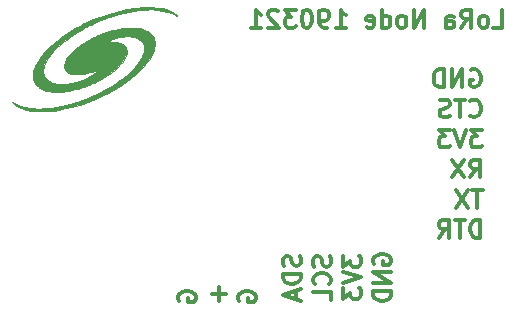
<source format=gbr>
G04 #@! TF.GenerationSoftware,KiCad,Pcbnew,(5.0.2)-1*
G04 #@! TF.CreationDate,2019-03-22T14:17:17+01:00*
G04 #@! TF.ProjectId,LoRaNode,4c6f5261-4e6f-4646-952e-6b696361645f,rev?*
G04 #@! TF.SameCoordinates,Original*
G04 #@! TF.FileFunction,Legend,Bot*
G04 #@! TF.FilePolarity,Positive*
%FSLAX46Y46*%
G04 Gerber Fmt 4.6, Leading zero omitted, Abs format (unit mm)*
G04 Created by KiCad (PCBNEW (5.0.2)-1) date 03/22/19 14:17:17*
%MOMM*%
%LPD*%
G01*
G04 APERTURE LIST*
%ADD10C,0.300000*%
%ADD11C,0.010000*%
G04 APERTURE END LIST*
D10*
X152992142Y-110700571D02*
X153063571Y-110914857D01*
X153063571Y-111272000D01*
X152992142Y-111414857D01*
X152920714Y-111486285D01*
X152777857Y-111557714D01*
X152635000Y-111557714D01*
X152492142Y-111486285D01*
X152420714Y-111414857D01*
X152349285Y-111272000D01*
X152277857Y-110986285D01*
X152206428Y-110843428D01*
X152135000Y-110772000D01*
X151992142Y-110700571D01*
X151849285Y-110700571D01*
X151706428Y-110772000D01*
X151635000Y-110843428D01*
X151563571Y-110986285D01*
X151563571Y-111343428D01*
X151635000Y-111557714D01*
X153063571Y-112200571D02*
X151563571Y-112200571D01*
X151563571Y-112557714D01*
X151635000Y-112772000D01*
X151777857Y-112914857D01*
X151920714Y-112986285D01*
X152206428Y-113057714D01*
X152420714Y-113057714D01*
X152706428Y-112986285D01*
X152849285Y-112914857D01*
X152992142Y-112772000D01*
X153063571Y-112557714D01*
X153063571Y-112200571D01*
X152635000Y-113629142D02*
X152635000Y-114343428D01*
X153063571Y-113486285D02*
X151563571Y-113986285D01*
X153063571Y-114486285D01*
X155542142Y-110736285D02*
X155613571Y-110950571D01*
X155613571Y-111307714D01*
X155542142Y-111450571D01*
X155470714Y-111522000D01*
X155327857Y-111593428D01*
X155185000Y-111593428D01*
X155042142Y-111522000D01*
X154970714Y-111450571D01*
X154899285Y-111307714D01*
X154827857Y-111022000D01*
X154756428Y-110879142D01*
X154685000Y-110807714D01*
X154542142Y-110736285D01*
X154399285Y-110736285D01*
X154256428Y-110807714D01*
X154185000Y-110879142D01*
X154113571Y-111022000D01*
X154113571Y-111379142D01*
X154185000Y-111593428D01*
X155470714Y-113093428D02*
X155542142Y-113022000D01*
X155613571Y-112807714D01*
X155613571Y-112664857D01*
X155542142Y-112450571D01*
X155399285Y-112307714D01*
X155256428Y-112236285D01*
X154970714Y-112164857D01*
X154756428Y-112164857D01*
X154470714Y-112236285D01*
X154327857Y-112307714D01*
X154185000Y-112450571D01*
X154113571Y-112664857D01*
X154113571Y-112807714D01*
X154185000Y-113022000D01*
X154256428Y-113093428D01*
X155613571Y-114450571D02*
X155613571Y-113736285D01*
X154113571Y-113736285D01*
X156663571Y-110664857D02*
X156663571Y-111593428D01*
X157235000Y-111093428D01*
X157235000Y-111307714D01*
X157306428Y-111450571D01*
X157377857Y-111522000D01*
X157520714Y-111593428D01*
X157877857Y-111593428D01*
X158020714Y-111522000D01*
X158092142Y-111450571D01*
X158163571Y-111307714D01*
X158163571Y-110879142D01*
X158092142Y-110736285D01*
X158020714Y-110664857D01*
X156663571Y-112022000D02*
X158163571Y-112522000D01*
X156663571Y-113022000D01*
X156663571Y-113379142D02*
X156663571Y-114307714D01*
X157235000Y-113807714D01*
X157235000Y-114022000D01*
X157306428Y-114164857D01*
X157377857Y-114236285D01*
X157520714Y-114307714D01*
X157877857Y-114307714D01*
X158020714Y-114236285D01*
X158092142Y-114164857D01*
X158163571Y-114022000D01*
X158163571Y-113593428D01*
X158092142Y-113450571D01*
X158020714Y-113379142D01*
X159285000Y-111379142D02*
X159213571Y-111236285D01*
X159213571Y-111022000D01*
X159285000Y-110807714D01*
X159427857Y-110664857D01*
X159570714Y-110593428D01*
X159856428Y-110522000D01*
X160070714Y-110522000D01*
X160356428Y-110593428D01*
X160499285Y-110664857D01*
X160642142Y-110807714D01*
X160713571Y-111022000D01*
X160713571Y-111164857D01*
X160642142Y-111379142D01*
X160570714Y-111450571D01*
X160070714Y-111450571D01*
X160070714Y-111164857D01*
X160713571Y-112093428D02*
X159213571Y-112093428D01*
X160713571Y-112950571D01*
X159213571Y-112950571D01*
X160713571Y-113664857D02*
X159213571Y-113664857D01*
X159213571Y-114022000D01*
X159285000Y-114236285D01*
X159427857Y-114379142D01*
X159570714Y-114450571D01*
X159856428Y-114522000D01*
X160070714Y-114522000D01*
X160356428Y-114450571D01*
X160499285Y-114379142D01*
X160642142Y-114236285D01*
X160713571Y-114022000D01*
X160713571Y-113664857D01*
X169369142Y-91356571D02*
X170083428Y-91356571D01*
X170083428Y-89856571D01*
X168654857Y-91356571D02*
X168797714Y-91285142D01*
X168869142Y-91213714D01*
X168940571Y-91070857D01*
X168940571Y-90642285D01*
X168869142Y-90499428D01*
X168797714Y-90428000D01*
X168654857Y-90356571D01*
X168440571Y-90356571D01*
X168297714Y-90428000D01*
X168226285Y-90499428D01*
X168154857Y-90642285D01*
X168154857Y-91070857D01*
X168226285Y-91213714D01*
X168297714Y-91285142D01*
X168440571Y-91356571D01*
X168654857Y-91356571D01*
X166654857Y-91356571D02*
X167154857Y-90642285D01*
X167512000Y-91356571D02*
X167512000Y-89856571D01*
X166940571Y-89856571D01*
X166797714Y-89928000D01*
X166726285Y-89999428D01*
X166654857Y-90142285D01*
X166654857Y-90356571D01*
X166726285Y-90499428D01*
X166797714Y-90570857D01*
X166940571Y-90642285D01*
X167512000Y-90642285D01*
X165369142Y-91356571D02*
X165369142Y-90570857D01*
X165440571Y-90428000D01*
X165583428Y-90356571D01*
X165869142Y-90356571D01*
X166012000Y-90428000D01*
X165369142Y-91285142D02*
X165512000Y-91356571D01*
X165869142Y-91356571D01*
X166012000Y-91285142D01*
X166083428Y-91142285D01*
X166083428Y-90999428D01*
X166012000Y-90856571D01*
X165869142Y-90785142D01*
X165512000Y-90785142D01*
X165369142Y-90713714D01*
X163512000Y-91356571D02*
X163512000Y-89856571D01*
X162654857Y-91356571D01*
X162654857Y-89856571D01*
X161726285Y-91356571D02*
X161869142Y-91285142D01*
X161940571Y-91213714D01*
X162012000Y-91070857D01*
X162012000Y-90642285D01*
X161940571Y-90499428D01*
X161869142Y-90428000D01*
X161726285Y-90356571D01*
X161512000Y-90356571D01*
X161369142Y-90428000D01*
X161297714Y-90499428D01*
X161226285Y-90642285D01*
X161226285Y-91070857D01*
X161297714Y-91213714D01*
X161369142Y-91285142D01*
X161512000Y-91356571D01*
X161726285Y-91356571D01*
X159940571Y-91356571D02*
X159940571Y-89856571D01*
X159940571Y-91285142D02*
X160083428Y-91356571D01*
X160369142Y-91356571D01*
X160512000Y-91285142D01*
X160583428Y-91213714D01*
X160654857Y-91070857D01*
X160654857Y-90642285D01*
X160583428Y-90499428D01*
X160512000Y-90428000D01*
X160369142Y-90356571D01*
X160083428Y-90356571D01*
X159940571Y-90428000D01*
X158654857Y-91285142D02*
X158797714Y-91356571D01*
X159083428Y-91356571D01*
X159226285Y-91285142D01*
X159297714Y-91142285D01*
X159297714Y-90570857D01*
X159226285Y-90428000D01*
X159083428Y-90356571D01*
X158797714Y-90356571D01*
X158654857Y-90428000D01*
X158583428Y-90570857D01*
X158583428Y-90713714D01*
X159297714Y-90856571D01*
X156012000Y-91356571D02*
X156869142Y-91356571D01*
X156440571Y-91356571D02*
X156440571Y-89856571D01*
X156583428Y-90070857D01*
X156726285Y-90213714D01*
X156869142Y-90285142D01*
X155297714Y-91356571D02*
X155012000Y-91356571D01*
X154869142Y-91285142D01*
X154797714Y-91213714D01*
X154654857Y-90999428D01*
X154583428Y-90713714D01*
X154583428Y-90142285D01*
X154654857Y-89999428D01*
X154726285Y-89928000D01*
X154869142Y-89856571D01*
X155154857Y-89856571D01*
X155297714Y-89928000D01*
X155369142Y-89999428D01*
X155440571Y-90142285D01*
X155440571Y-90499428D01*
X155369142Y-90642285D01*
X155297714Y-90713714D01*
X155154857Y-90785142D01*
X154869142Y-90785142D01*
X154726285Y-90713714D01*
X154654857Y-90642285D01*
X154583428Y-90499428D01*
X153654857Y-89856571D02*
X153512000Y-89856571D01*
X153369142Y-89928000D01*
X153297714Y-89999428D01*
X153226285Y-90142285D01*
X153154857Y-90428000D01*
X153154857Y-90785142D01*
X153226285Y-91070857D01*
X153297714Y-91213714D01*
X153369142Y-91285142D01*
X153512000Y-91356571D01*
X153654857Y-91356571D01*
X153797714Y-91285142D01*
X153869142Y-91213714D01*
X153940571Y-91070857D01*
X154012000Y-90785142D01*
X154012000Y-90428000D01*
X153940571Y-90142285D01*
X153869142Y-89999428D01*
X153797714Y-89928000D01*
X153654857Y-89856571D01*
X152654857Y-89856571D02*
X151726285Y-89856571D01*
X152226285Y-90428000D01*
X152012000Y-90428000D01*
X151869142Y-90499428D01*
X151797714Y-90570857D01*
X151726285Y-90713714D01*
X151726285Y-91070857D01*
X151797714Y-91213714D01*
X151869142Y-91285142D01*
X152012000Y-91356571D01*
X152440571Y-91356571D01*
X152583428Y-91285142D01*
X152654857Y-91213714D01*
X151154857Y-89999428D02*
X151083428Y-89928000D01*
X150940571Y-89856571D01*
X150583428Y-89856571D01*
X150440571Y-89928000D01*
X150369142Y-89999428D01*
X150297714Y-90142285D01*
X150297714Y-90285142D01*
X150369142Y-90499428D01*
X151226285Y-91356571D01*
X150297714Y-91356571D01*
X148869142Y-91356571D02*
X149726285Y-91356571D01*
X149297714Y-91356571D02*
X149297714Y-89856571D01*
X149440571Y-90070857D01*
X149583428Y-90213714D01*
X149726285Y-90285142D01*
X142750000Y-114509857D02*
X142678571Y-114367000D01*
X142678571Y-114152714D01*
X142750000Y-113938428D01*
X142892857Y-113795571D01*
X143035714Y-113724142D01*
X143321428Y-113652714D01*
X143535714Y-113652714D01*
X143821428Y-113724142D01*
X143964285Y-113795571D01*
X144107142Y-113938428D01*
X144178571Y-114152714D01*
X144178571Y-114295571D01*
X144107142Y-114509857D01*
X144035714Y-114581285D01*
X143535714Y-114581285D01*
X143535714Y-114295571D01*
X146157142Y-113367000D02*
X146157142Y-114509857D01*
X146728571Y-113938428D02*
X145585714Y-113938428D01*
X147850000Y-114509857D02*
X147778571Y-114367000D01*
X147778571Y-114152714D01*
X147850000Y-113938428D01*
X147992857Y-113795571D01*
X148135714Y-113724142D01*
X148421428Y-113652714D01*
X148635714Y-113652714D01*
X148921428Y-113724142D01*
X149064285Y-113795571D01*
X149207142Y-113938428D01*
X149278571Y-114152714D01*
X149278571Y-114295571D01*
X149207142Y-114509857D01*
X149135714Y-114581285D01*
X148635714Y-114581285D01*
X148635714Y-114295571D01*
X167462142Y-94975000D02*
X167605000Y-94903571D01*
X167819285Y-94903571D01*
X168033571Y-94975000D01*
X168176428Y-95117857D01*
X168247857Y-95260714D01*
X168319285Y-95546428D01*
X168319285Y-95760714D01*
X168247857Y-96046428D01*
X168176428Y-96189285D01*
X168033571Y-96332142D01*
X167819285Y-96403571D01*
X167676428Y-96403571D01*
X167462142Y-96332142D01*
X167390714Y-96260714D01*
X167390714Y-95760714D01*
X167676428Y-95760714D01*
X166747857Y-96403571D02*
X166747857Y-94903571D01*
X165890714Y-96403571D01*
X165890714Y-94903571D01*
X165176428Y-96403571D02*
X165176428Y-94903571D01*
X164819285Y-94903571D01*
X164605000Y-94975000D01*
X164462142Y-95117857D01*
X164390714Y-95260714D01*
X164319285Y-95546428D01*
X164319285Y-95760714D01*
X164390714Y-96046428D01*
X164462142Y-96189285D01*
X164605000Y-96332142D01*
X164819285Y-96403571D01*
X165176428Y-96403571D01*
X167390714Y-98810714D02*
X167462142Y-98882142D01*
X167676428Y-98953571D01*
X167819285Y-98953571D01*
X168033571Y-98882142D01*
X168176428Y-98739285D01*
X168247857Y-98596428D01*
X168319285Y-98310714D01*
X168319285Y-98096428D01*
X168247857Y-97810714D01*
X168176428Y-97667857D01*
X168033571Y-97525000D01*
X167819285Y-97453571D01*
X167676428Y-97453571D01*
X167462142Y-97525000D01*
X167390714Y-97596428D01*
X166962142Y-97453571D02*
X166105000Y-97453571D01*
X166533571Y-98953571D02*
X166533571Y-97453571D01*
X165676428Y-98882142D02*
X165462142Y-98953571D01*
X165105000Y-98953571D01*
X164962142Y-98882142D01*
X164890714Y-98810714D01*
X164819285Y-98667857D01*
X164819285Y-98525000D01*
X164890714Y-98382142D01*
X164962142Y-98310714D01*
X165105000Y-98239285D01*
X165390714Y-98167857D01*
X165533571Y-98096428D01*
X165605000Y-98025000D01*
X165676428Y-97882142D01*
X165676428Y-97739285D01*
X165605000Y-97596428D01*
X165533571Y-97525000D01*
X165390714Y-97453571D01*
X165033571Y-97453571D01*
X164819285Y-97525000D01*
X168390714Y-100003571D02*
X167462142Y-100003571D01*
X167962142Y-100575000D01*
X167747857Y-100575000D01*
X167605000Y-100646428D01*
X167533571Y-100717857D01*
X167462142Y-100860714D01*
X167462142Y-101217857D01*
X167533571Y-101360714D01*
X167605000Y-101432142D01*
X167747857Y-101503571D01*
X168176428Y-101503571D01*
X168319285Y-101432142D01*
X168390714Y-101360714D01*
X167033571Y-100003571D02*
X166533571Y-101503571D01*
X166033571Y-100003571D01*
X165676428Y-100003571D02*
X164747857Y-100003571D01*
X165247857Y-100575000D01*
X165033571Y-100575000D01*
X164890714Y-100646428D01*
X164819285Y-100717857D01*
X164747857Y-100860714D01*
X164747857Y-101217857D01*
X164819285Y-101360714D01*
X164890714Y-101432142D01*
X165033571Y-101503571D01*
X165462142Y-101503571D01*
X165605000Y-101432142D01*
X165676428Y-101360714D01*
X167390714Y-104053571D02*
X167890714Y-103339285D01*
X168247857Y-104053571D02*
X168247857Y-102553571D01*
X167676428Y-102553571D01*
X167533571Y-102625000D01*
X167462142Y-102696428D01*
X167390714Y-102839285D01*
X167390714Y-103053571D01*
X167462142Y-103196428D01*
X167533571Y-103267857D01*
X167676428Y-103339285D01*
X168247857Y-103339285D01*
X166890714Y-102553571D02*
X165890714Y-104053571D01*
X165890714Y-102553571D02*
X166890714Y-104053571D01*
X168462142Y-105103571D02*
X167605000Y-105103571D01*
X168033571Y-106603571D02*
X168033571Y-105103571D01*
X167247857Y-105103571D02*
X166247857Y-106603571D01*
X166247857Y-105103571D02*
X167247857Y-106603571D01*
X168247857Y-109153571D02*
X168247857Y-107653571D01*
X167890714Y-107653571D01*
X167676428Y-107725000D01*
X167533571Y-107867857D01*
X167462142Y-108010714D01*
X167390714Y-108296428D01*
X167390714Y-108510714D01*
X167462142Y-108796428D01*
X167533571Y-108939285D01*
X167676428Y-109082142D01*
X167890714Y-109153571D01*
X168247857Y-109153571D01*
X166962142Y-107653571D02*
X166105000Y-107653571D01*
X166533571Y-109153571D02*
X166533571Y-107653571D01*
X164747857Y-109153571D02*
X165247857Y-108439285D01*
X165605000Y-109153571D02*
X165605000Y-107653571D01*
X165033571Y-107653571D01*
X164890714Y-107725000D01*
X164819285Y-107796428D01*
X164747857Y-107939285D01*
X164747857Y-108153571D01*
X164819285Y-108296428D01*
X164890714Y-108367857D01*
X165033571Y-108439285D01*
X165605000Y-108439285D01*
D11*
G04 #@! TO.C,G\002A\002A\002A*
G36*
X131547400Y-98432861D02*
X132054858Y-98388039D01*
X132587524Y-98313865D01*
X133143149Y-98210441D01*
X133719487Y-98077872D01*
X134314290Y-97916262D01*
X134606546Y-97828139D01*
X134840714Y-97753417D01*
X135047605Y-97682668D01*
X135242006Y-97610154D01*
X135438710Y-97530142D01*
X135652503Y-97436894D01*
X135864600Y-97340223D01*
X136013243Y-97270001D01*
X136181884Y-97187812D01*
X136362251Y-97097924D01*
X136546079Y-97004607D01*
X136725097Y-96912130D01*
X136891039Y-96824764D01*
X137035635Y-96746777D01*
X137150617Y-96682440D01*
X137225249Y-96637619D01*
X137301342Y-96589795D01*
X137389700Y-96535892D01*
X137416307Y-96520000D01*
X137473720Y-96484367D01*
X137563040Y-96427080D01*
X137674044Y-96354868D01*
X137796509Y-96274462D01*
X137920210Y-96192590D01*
X138034924Y-96115983D01*
X138130429Y-96051370D01*
X138176000Y-96019943D01*
X138292902Y-95935736D01*
X138431721Y-95831692D01*
X138582122Y-95715949D01*
X138733774Y-95596642D01*
X138876345Y-95481911D01*
X138999503Y-95379892D01*
X139092916Y-95298722D01*
X139100355Y-95291945D01*
X139437729Y-94969687D01*
X139733773Y-94659476D01*
X139987035Y-94363012D01*
X140196060Y-94082001D01*
X140359396Y-93818143D01*
X140361175Y-93814900D01*
X140406782Y-93731688D01*
X140444633Y-93662695D01*
X140465685Y-93624400D01*
X140493549Y-93567784D01*
X140530620Y-93484873D01*
X140569919Y-93392261D01*
X140604464Y-93306541D01*
X140627276Y-93244307D01*
X140631308Y-93230700D01*
X140645316Y-93175123D01*
X140665318Y-93096133D01*
X140673067Y-93065600D01*
X140685481Y-92986782D01*
X140693990Y-92873790D01*
X140698344Y-92743117D01*
X140698296Y-92611260D01*
X140693595Y-92494710D01*
X140683993Y-92409964D01*
X140683037Y-92405200D01*
X140623382Y-92231681D01*
X140521423Y-92058444D01*
X140384900Y-91894499D01*
X140221555Y-91748853D01*
X140039128Y-91630515D01*
X140000082Y-91610449D01*
X139738095Y-91504763D01*
X139443230Y-91429376D01*
X139113009Y-91383894D01*
X138744951Y-91367921D01*
X138506558Y-91372274D01*
X138365280Y-91378365D01*
X138237799Y-91385028D01*
X138134693Y-91391625D01*
X138066543Y-91397515D01*
X138049000Y-91399972D01*
X137991878Y-91410464D01*
X137903985Y-91425826D01*
X137807700Y-91442169D01*
X137561773Y-91488053D01*
X137304869Y-91544561D01*
X137046285Y-91609027D01*
X136795317Y-91678785D01*
X136561261Y-91751169D01*
X136353414Y-91823512D01*
X136181070Y-91893148D01*
X136099328Y-91932131D01*
X136035133Y-91960227D01*
X135985859Y-91973284D01*
X135982876Y-91973400D01*
X135946136Y-91984590D01*
X135872718Y-92015446D01*
X135770855Y-92061898D01*
X135648783Y-92119876D01*
X135514736Y-92185311D01*
X135376948Y-92254131D01*
X135243655Y-92322267D01*
X135123090Y-92385650D01*
X135023490Y-92440208D01*
X134953087Y-92481873D01*
X134949679Y-92484063D01*
X134891324Y-92521020D01*
X134812157Y-92570186D01*
X134766241Y-92598363D01*
X134684559Y-92650263D01*
X134582631Y-92717844D01*
X134481474Y-92787153D01*
X134474141Y-92792287D01*
X134387649Y-92852791D01*
X134312323Y-92905200D01*
X134261759Y-92940061D01*
X134254937Y-92944687D01*
X134203227Y-92982151D01*
X134178703Y-93002100D01*
X134144597Y-93030647D01*
X134084664Y-93079403D01*
X134023065Y-93128862D01*
X133946390Y-93193862D01*
X133850774Y-93280304D01*
X133752659Y-93373183D01*
X133716913Y-93408262D01*
X133487372Y-93654215D01*
X133302910Y-93890704D01*
X133164035Y-94116574D01*
X133071250Y-94330666D01*
X133025064Y-94531823D01*
X133025981Y-94718890D01*
X133071546Y-94883910D01*
X133113695Y-94966451D01*
X133168852Y-95038187D01*
X133249733Y-95114407D01*
X133293095Y-95150353D01*
X133331701Y-95172082D01*
X133402885Y-95204668D01*
X133491616Y-95241252D01*
X133496295Y-95243083D01*
X133566342Y-95268957D01*
X133629583Y-95287229D01*
X133697256Y-95299264D01*
X133780597Y-95306426D01*
X133890845Y-95310082D01*
X134039236Y-95311595D01*
X134061200Y-95311703D01*
X134206443Y-95311193D01*
X134341747Y-95308584D01*
X134455241Y-95304256D01*
X134535053Y-95298592D01*
X134556500Y-95295765D01*
X134745201Y-95259250D01*
X134966377Y-95210436D01*
X135204231Y-95152860D01*
X135272286Y-95135491D01*
X135389524Y-95108007D01*
X135497124Y-95087736D01*
X135580252Y-95077225D01*
X135613885Y-95076810D01*
X135696897Y-95084900D01*
X135609298Y-95184474D01*
X135507783Y-95278382D01*
X135364802Y-95380100D01*
X135188380Y-95485978D01*
X134986541Y-95592365D01*
X134767310Y-95695609D01*
X134538711Y-95792060D01*
X134308769Y-95878065D01*
X134085508Y-95949975D01*
X133876952Y-96004137D01*
X133756400Y-96027556D01*
X133678114Y-96042277D01*
X133629400Y-96052906D01*
X133490994Y-96078724D01*
X133321898Y-96099710D01*
X133134267Y-96115373D01*
X132940254Y-96125218D01*
X132752013Y-96128754D01*
X132581699Y-96125487D01*
X132441466Y-96114924D01*
X132372100Y-96103890D01*
X132180206Y-96059366D01*
X132026161Y-96014910D01*
X131897251Y-95965689D01*
X131780760Y-95906868D01*
X131667494Y-95835992D01*
X131514781Y-95704862D01*
X131386294Y-95532715D01*
X131341785Y-95453200D01*
X131313329Y-95389763D01*
X131294757Y-95322207D01*
X131283653Y-95236464D01*
X131277602Y-95118470D01*
X131276352Y-95072200D01*
X131275043Y-94941260D01*
X131280020Y-94842134D01*
X131293860Y-94755973D01*
X131319138Y-94663927D01*
X131341349Y-94596620D01*
X131428715Y-94373477D01*
X131534839Y-94155195D01*
X131650226Y-93960461D01*
X131702386Y-93885840D01*
X131752850Y-93815553D01*
X131788290Y-93761745D01*
X131800600Y-93737303D01*
X131817031Y-93710778D01*
X131862066Y-93654532D01*
X131929312Y-93575671D01*
X132012377Y-93481300D01*
X132104870Y-93378523D01*
X132200398Y-93274444D01*
X132292572Y-93176169D01*
X132374998Y-93090801D01*
X132439513Y-93027123D01*
X132661930Y-92825403D01*
X132913378Y-92613094D01*
X133177976Y-92403356D01*
X133331441Y-92287904D01*
X133416571Y-92224900D01*
X133487472Y-92171881D01*
X133533104Y-92137125D01*
X133542099Y-92129947D01*
X133584330Y-92101053D01*
X133629400Y-92075000D01*
X133685199Y-92042133D01*
X133716700Y-92019883D01*
X133776665Y-91975513D01*
X133873901Y-91911138D01*
X134001102Y-91831125D01*
X134150966Y-91739837D01*
X134316190Y-91641639D01*
X134489469Y-91540898D01*
X134663501Y-91441977D01*
X134830981Y-91349242D01*
X134912100Y-91305426D01*
X135028086Y-91244781D01*
X135161186Y-91177431D01*
X135303565Y-91107093D01*
X135447390Y-91037483D01*
X135584825Y-90972316D01*
X135708035Y-90915310D01*
X135809186Y-90870179D01*
X135880444Y-90840641D01*
X135913607Y-90830400D01*
X135946193Y-90820540D01*
X136011582Y-90794501D01*
X136096549Y-90757594D01*
X136109882Y-90751577D01*
X136220573Y-90703379D01*
X136336710Y-90655922D01*
X136423400Y-90623057D01*
X136610382Y-90557019D01*
X136786919Y-90495574D01*
X136946313Y-90440979D01*
X137081870Y-90395493D01*
X137186893Y-90361373D01*
X137254688Y-90340877D01*
X137274300Y-90336123D01*
X137324793Y-90323726D01*
X137404184Y-90300048D01*
X137477645Y-90276105D01*
X137605942Y-90236693D01*
X137773182Y-90191370D01*
X137968223Y-90142707D01*
X138179922Y-90093276D01*
X138397134Y-90045650D01*
X138608719Y-90002399D01*
X138803532Y-89966097D01*
X138869039Y-89954956D01*
X139414820Y-89880101D01*
X139936586Y-89838978D01*
X140431667Y-89831498D01*
X140897393Y-89857573D01*
X141331092Y-89917113D01*
X141730094Y-90010029D01*
X141875063Y-90055073D01*
X142012873Y-90103485D01*
X142145927Y-90154330D01*
X142264940Y-90203643D01*
X142360629Y-90247460D01*
X142423709Y-90281815D01*
X142443200Y-90297693D01*
X142475147Y-90323991D01*
X142525987Y-90351563D01*
X142578216Y-90372800D01*
X142614332Y-90380089D01*
X142621000Y-90375006D01*
X142602564Y-90348362D01*
X142553603Y-90299717D01*
X142483638Y-90238326D01*
X142462250Y-90220658D01*
X142243049Y-90069258D01*
X141980270Y-89935752D01*
X141678551Y-89822043D01*
X141342530Y-89730033D01*
X141185900Y-89697084D01*
X141090698Y-89684107D01*
X140954034Y-89672736D01*
X140785224Y-89663152D01*
X140593586Y-89655534D01*
X140388437Y-89650062D01*
X140179094Y-89646918D01*
X139974874Y-89646279D01*
X139785094Y-89648326D01*
X139619072Y-89653240D01*
X139486125Y-89661200D01*
X139458700Y-89663732D01*
X138911953Y-89733034D01*
X138344942Y-89830951D01*
X137766413Y-89954915D01*
X137185108Y-90102356D01*
X136609772Y-90270707D01*
X136049149Y-90457400D01*
X135511982Y-90659867D01*
X135007016Y-90875538D01*
X134542994Y-91101847D01*
X134518400Y-91114781D01*
X133953702Y-91429066D01*
X133417371Y-91759935D01*
X132912541Y-92104861D01*
X132442347Y-92461317D01*
X132009922Y-92826775D01*
X131618402Y-93198708D01*
X131270919Y-93574588D01*
X130970609Y-93951889D01*
X130929700Y-94008626D01*
X130873955Y-94089960D01*
X130832047Y-94156709D01*
X130811124Y-94197307D01*
X130810000Y-94202366D01*
X130792608Y-94239433D01*
X130778177Y-94254191D01*
X130750823Y-94290525D01*
X130708671Y-94362295D01*
X130657542Y-94458509D01*
X130603254Y-94568173D01*
X130551626Y-94680295D01*
X130546842Y-94691200D01*
X130488749Y-94844984D01*
X130437061Y-95019273D01*
X130404954Y-95161100D01*
X130393366Y-95258157D01*
X130388345Y-95378106D01*
X130389449Y-95505967D01*
X130396237Y-95626759D01*
X130408264Y-95725500D01*
X130423322Y-95783400D01*
X130450600Y-95859397D01*
X130464650Y-95912067D01*
X130491930Y-95980098D01*
X130529908Y-96036603D01*
X130566285Y-96084584D01*
X130581399Y-96116512D01*
X130600132Y-96150983D01*
X130649915Y-96206954D01*
X130721126Y-96275488D01*
X130804144Y-96347647D01*
X130889347Y-96414495D01*
X130941414Y-96450911D01*
X131193391Y-96588715D01*
X131472407Y-96691826D01*
X131764281Y-96755236D01*
X131825667Y-96763016D01*
X131905710Y-96773326D01*
X131963682Y-96783477D01*
X131982012Y-96788933D01*
X132010788Y-96791792D01*
X132080990Y-96794217D01*
X132183248Y-96796137D01*
X132308188Y-96797481D01*
X132446441Y-96798179D01*
X132588633Y-96798159D01*
X132725392Y-96797350D01*
X132847348Y-96795682D01*
X132854700Y-96795539D01*
X132898445Y-96791558D01*
X132980913Y-96781430D01*
X133090606Y-96766649D01*
X133216025Y-96748713D01*
X133226225Y-96747211D01*
X133472905Y-96706774D01*
X133722927Y-96658389D01*
X133965992Y-96604525D01*
X134191804Y-96547651D01*
X134390062Y-96490237D01*
X134550469Y-96434750D01*
X134581383Y-96422330D01*
X134647948Y-96397844D01*
X134694358Y-96386557D01*
X134702645Y-96386855D01*
X134735725Y-96380235D01*
X134795221Y-96355854D01*
X134822800Y-96342405D01*
X134892750Y-96310858D01*
X134948202Y-96292944D01*
X134960405Y-96291401D01*
X134993712Y-96280984D01*
X135064816Y-96252160D01*
X135165747Y-96208572D01*
X135288537Y-96153860D01*
X135425216Y-96091666D01*
X135567816Y-96025630D01*
X135708367Y-95959395D01*
X135838900Y-95896600D01*
X135951445Y-95840888D01*
X135994275Y-95819008D01*
X136181107Y-95721184D01*
X136324032Y-95643843D01*
X136425116Y-95585847D01*
X136472958Y-95555559D01*
X136521658Y-95522817D01*
X136600044Y-95470508D01*
X136695430Y-95407086D01*
X136756088Y-95366857D01*
X137051788Y-95157492D01*
X137328635Y-94934940D01*
X137581346Y-94704539D01*
X137804636Y-94471621D01*
X137993218Y-94241524D01*
X138141810Y-94019581D01*
X138202990Y-93906169D01*
X138281930Y-93723620D01*
X138327708Y-93561271D01*
X138343958Y-93404297D01*
X138342815Y-93335637D01*
X138311348Y-93156647D01*
X138235322Y-93000956D01*
X138114588Y-92868464D01*
X137948998Y-92759073D01*
X137738403Y-92672682D01*
X137482656Y-92609194D01*
X137198100Y-92570037D01*
X137040866Y-92553654D01*
X136932801Y-92538925D01*
X136872307Y-92525609D01*
X136858702Y-92518769D01*
X136859408Y-92489610D01*
X136901342Y-92449356D01*
X136977151Y-92401772D01*
X137079484Y-92350626D01*
X137200990Y-92299682D01*
X137334318Y-92252707D01*
X137437027Y-92222512D01*
X137576548Y-92186489D01*
X137693643Y-92160326D01*
X137802772Y-92142090D01*
X137918396Y-92129848D01*
X138054976Y-92121668D01*
X138226971Y-92115617D01*
X138239500Y-92115257D01*
X138433972Y-92112374D01*
X138594455Y-92117173D01*
X138737404Y-92131321D01*
X138879273Y-92156482D01*
X139036516Y-92194323D01*
X139046546Y-92196966D01*
X139185068Y-92250227D01*
X139331735Y-92334432D01*
X139473391Y-92439433D01*
X139596886Y-92555081D01*
X139689066Y-92671227D01*
X139711437Y-92710000D01*
X139762755Y-92855725D01*
X139787485Y-93032125D01*
X139785598Y-93226573D01*
X139757064Y-93426440D01*
X139713495Y-93586300D01*
X139608195Y-93837666D01*
X139459230Y-94103721D01*
X139270000Y-94380037D01*
X139043906Y-94662189D01*
X138784349Y-94945750D01*
X138494730Y-95226292D01*
X138364127Y-95342865D01*
X138246699Y-95441503D01*
X138104619Y-95555019D01*
X137946228Y-95677288D01*
X137779864Y-95802186D01*
X137613866Y-95923587D01*
X137456572Y-96035366D01*
X137316323Y-96131399D01*
X137201456Y-96205560D01*
X137142490Y-96240159D01*
X137060877Y-96287071D01*
X136967715Y-96343739D01*
X136931400Y-96366746D01*
X136709085Y-96502095D01*
X136447668Y-96647962D01*
X136156574Y-96799836D01*
X135845227Y-96953207D01*
X135523051Y-97103562D01*
X135199470Y-97246391D01*
X134883909Y-97377183D01*
X134585791Y-97491427D01*
X134569200Y-97497463D01*
X134465738Y-97535655D01*
X134369881Y-97572193D01*
X134300664Y-97599804D01*
X134295288Y-97602073D01*
X134228934Y-97626192D01*
X134178708Y-97637485D01*
X134175499Y-97637601D01*
X134128569Y-97647198D01*
X134062716Y-97670603D01*
X134055711Y-97673570D01*
X133975809Y-97703471D01*
X133860050Y-97741058D01*
X133722047Y-97782465D01*
X133575411Y-97823825D01*
X133433754Y-97861271D01*
X133310688Y-97890935D01*
X133237837Y-97905919D01*
X133176827Y-97920011D01*
X133141030Y-97933266D01*
X133101633Y-97946708D01*
X133038380Y-97959518D01*
X133037293Y-97959685D01*
X132973805Y-97971330D01*
X132879326Y-97990923D01*
X132772278Y-98014615D01*
X132751711Y-98019338D01*
X132635816Y-98044574D01*
X132520601Y-98067114D01*
X132429123Y-98082473D01*
X132421511Y-98083531D01*
X132336801Y-98095567D01*
X132266437Y-98106650D01*
X132245100Y-98110502D01*
X132186312Y-98119694D01*
X132088724Y-98132354D01*
X131964108Y-98147187D01*
X131824241Y-98162899D01*
X131680896Y-98178198D01*
X131545849Y-98191789D01*
X131430874Y-98202380D01*
X131356100Y-98208161D01*
X131246377Y-98213225D01*
X131109497Y-98216629D01*
X130959017Y-98218351D01*
X130808497Y-98218371D01*
X130671494Y-98216666D01*
X130561568Y-98213217D01*
X130505200Y-98209487D01*
X130431990Y-98202571D01*
X130332215Y-98193462D01*
X130246887Y-98185851D01*
X130112572Y-98169865D01*
X129952318Y-98144599D01*
X129789220Y-98114053D01*
X129646374Y-98082225D01*
X129641600Y-98081030D01*
X129571419Y-98063897D01*
X129490587Y-98044822D01*
X129489200Y-98044501D01*
X129385919Y-98016376D01*
X129276136Y-97979821D01*
X129177182Y-97941191D01*
X129106387Y-97906840D01*
X129096198Y-97900410D01*
X129037512Y-97872899D01*
X129000948Y-97866200D01*
X128962847Y-97854385D01*
X128955800Y-97840800D01*
X128935359Y-97817966D01*
X128919514Y-97815400D01*
X128871823Y-97798678D01*
X128848422Y-97780594D01*
X128802716Y-97744534D01*
X128745372Y-97710852D01*
X128691617Y-97686866D01*
X128656680Y-97679895D01*
X128650999Y-97685717D01*
X128671282Y-97722482D01*
X128726160Y-97778444D01*
X128806680Y-97846645D01*
X128903887Y-97920126D01*
X129008827Y-97991931D01*
X129112548Y-98055099D01*
X129157846Y-98079579D01*
X129466869Y-98213051D01*
X129814583Y-98316548D01*
X130198740Y-98390174D01*
X130617093Y-98434032D01*
X131067396Y-98448227D01*
X131547400Y-98432861D01*
X131547400Y-98432861D01*
G37*
X131547400Y-98432861D02*
X132054858Y-98388039D01*
X132587524Y-98313865D01*
X133143149Y-98210441D01*
X133719487Y-98077872D01*
X134314290Y-97916262D01*
X134606546Y-97828139D01*
X134840714Y-97753417D01*
X135047605Y-97682668D01*
X135242006Y-97610154D01*
X135438710Y-97530142D01*
X135652503Y-97436894D01*
X135864600Y-97340223D01*
X136013243Y-97270001D01*
X136181884Y-97187812D01*
X136362251Y-97097924D01*
X136546079Y-97004607D01*
X136725097Y-96912130D01*
X136891039Y-96824764D01*
X137035635Y-96746777D01*
X137150617Y-96682440D01*
X137225249Y-96637619D01*
X137301342Y-96589795D01*
X137389700Y-96535892D01*
X137416307Y-96520000D01*
X137473720Y-96484367D01*
X137563040Y-96427080D01*
X137674044Y-96354868D01*
X137796509Y-96274462D01*
X137920210Y-96192590D01*
X138034924Y-96115983D01*
X138130429Y-96051370D01*
X138176000Y-96019943D01*
X138292902Y-95935736D01*
X138431721Y-95831692D01*
X138582122Y-95715949D01*
X138733774Y-95596642D01*
X138876345Y-95481911D01*
X138999503Y-95379892D01*
X139092916Y-95298722D01*
X139100355Y-95291945D01*
X139437729Y-94969687D01*
X139733773Y-94659476D01*
X139987035Y-94363012D01*
X140196060Y-94082001D01*
X140359396Y-93818143D01*
X140361175Y-93814900D01*
X140406782Y-93731688D01*
X140444633Y-93662695D01*
X140465685Y-93624400D01*
X140493549Y-93567784D01*
X140530620Y-93484873D01*
X140569919Y-93392261D01*
X140604464Y-93306541D01*
X140627276Y-93244307D01*
X140631308Y-93230700D01*
X140645316Y-93175123D01*
X140665318Y-93096133D01*
X140673067Y-93065600D01*
X140685481Y-92986782D01*
X140693990Y-92873790D01*
X140698344Y-92743117D01*
X140698296Y-92611260D01*
X140693595Y-92494710D01*
X140683993Y-92409964D01*
X140683037Y-92405200D01*
X140623382Y-92231681D01*
X140521423Y-92058444D01*
X140384900Y-91894499D01*
X140221555Y-91748853D01*
X140039128Y-91630515D01*
X140000082Y-91610449D01*
X139738095Y-91504763D01*
X139443230Y-91429376D01*
X139113009Y-91383894D01*
X138744951Y-91367921D01*
X138506558Y-91372274D01*
X138365280Y-91378365D01*
X138237799Y-91385028D01*
X138134693Y-91391625D01*
X138066543Y-91397515D01*
X138049000Y-91399972D01*
X137991878Y-91410464D01*
X137903985Y-91425826D01*
X137807700Y-91442169D01*
X137561773Y-91488053D01*
X137304869Y-91544561D01*
X137046285Y-91609027D01*
X136795317Y-91678785D01*
X136561261Y-91751169D01*
X136353414Y-91823512D01*
X136181070Y-91893148D01*
X136099328Y-91932131D01*
X136035133Y-91960227D01*
X135985859Y-91973284D01*
X135982876Y-91973400D01*
X135946136Y-91984590D01*
X135872718Y-92015446D01*
X135770855Y-92061898D01*
X135648783Y-92119876D01*
X135514736Y-92185311D01*
X135376948Y-92254131D01*
X135243655Y-92322267D01*
X135123090Y-92385650D01*
X135023490Y-92440208D01*
X134953087Y-92481873D01*
X134949679Y-92484063D01*
X134891324Y-92521020D01*
X134812157Y-92570186D01*
X134766241Y-92598363D01*
X134684559Y-92650263D01*
X134582631Y-92717844D01*
X134481474Y-92787153D01*
X134474141Y-92792287D01*
X134387649Y-92852791D01*
X134312323Y-92905200D01*
X134261759Y-92940061D01*
X134254937Y-92944687D01*
X134203227Y-92982151D01*
X134178703Y-93002100D01*
X134144597Y-93030647D01*
X134084664Y-93079403D01*
X134023065Y-93128862D01*
X133946390Y-93193862D01*
X133850774Y-93280304D01*
X133752659Y-93373183D01*
X133716913Y-93408262D01*
X133487372Y-93654215D01*
X133302910Y-93890704D01*
X133164035Y-94116574D01*
X133071250Y-94330666D01*
X133025064Y-94531823D01*
X133025981Y-94718890D01*
X133071546Y-94883910D01*
X133113695Y-94966451D01*
X133168852Y-95038187D01*
X133249733Y-95114407D01*
X133293095Y-95150353D01*
X133331701Y-95172082D01*
X133402885Y-95204668D01*
X133491616Y-95241252D01*
X133496295Y-95243083D01*
X133566342Y-95268957D01*
X133629583Y-95287229D01*
X133697256Y-95299264D01*
X133780597Y-95306426D01*
X133890845Y-95310082D01*
X134039236Y-95311595D01*
X134061200Y-95311703D01*
X134206443Y-95311193D01*
X134341747Y-95308584D01*
X134455241Y-95304256D01*
X134535053Y-95298592D01*
X134556500Y-95295765D01*
X134745201Y-95259250D01*
X134966377Y-95210436D01*
X135204231Y-95152860D01*
X135272286Y-95135491D01*
X135389524Y-95108007D01*
X135497124Y-95087736D01*
X135580252Y-95077225D01*
X135613885Y-95076810D01*
X135696897Y-95084900D01*
X135609298Y-95184474D01*
X135507783Y-95278382D01*
X135364802Y-95380100D01*
X135188380Y-95485978D01*
X134986541Y-95592365D01*
X134767310Y-95695609D01*
X134538711Y-95792060D01*
X134308769Y-95878065D01*
X134085508Y-95949975D01*
X133876952Y-96004137D01*
X133756400Y-96027556D01*
X133678114Y-96042277D01*
X133629400Y-96052906D01*
X133490994Y-96078724D01*
X133321898Y-96099710D01*
X133134267Y-96115373D01*
X132940254Y-96125218D01*
X132752013Y-96128754D01*
X132581699Y-96125487D01*
X132441466Y-96114924D01*
X132372100Y-96103890D01*
X132180206Y-96059366D01*
X132026161Y-96014910D01*
X131897251Y-95965689D01*
X131780760Y-95906868D01*
X131667494Y-95835992D01*
X131514781Y-95704862D01*
X131386294Y-95532715D01*
X131341785Y-95453200D01*
X131313329Y-95389763D01*
X131294757Y-95322207D01*
X131283653Y-95236464D01*
X131277602Y-95118470D01*
X131276352Y-95072200D01*
X131275043Y-94941260D01*
X131280020Y-94842134D01*
X131293860Y-94755973D01*
X131319138Y-94663927D01*
X131341349Y-94596620D01*
X131428715Y-94373477D01*
X131534839Y-94155195D01*
X131650226Y-93960461D01*
X131702386Y-93885840D01*
X131752850Y-93815553D01*
X131788290Y-93761745D01*
X131800600Y-93737303D01*
X131817031Y-93710778D01*
X131862066Y-93654532D01*
X131929312Y-93575671D01*
X132012377Y-93481300D01*
X132104870Y-93378523D01*
X132200398Y-93274444D01*
X132292572Y-93176169D01*
X132374998Y-93090801D01*
X132439513Y-93027123D01*
X132661930Y-92825403D01*
X132913378Y-92613094D01*
X133177976Y-92403356D01*
X133331441Y-92287904D01*
X133416571Y-92224900D01*
X133487472Y-92171881D01*
X133533104Y-92137125D01*
X133542099Y-92129947D01*
X133584330Y-92101053D01*
X133629400Y-92075000D01*
X133685199Y-92042133D01*
X133716700Y-92019883D01*
X133776665Y-91975513D01*
X133873901Y-91911138D01*
X134001102Y-91831125D01*
X134150966Y-91739837D01*
X134316190Y-91641639D01*
X134489469Y-91540898D01*
X134663501Y-91441977D01*
X134830981Y-91349242D01*
X134912100Y-91305426D01*
X135028086Y-91244781D01*
X135161186Y-91177431D01*
X135303565Y-91107093D01*
X135447390Y-91037483D01*
X135584825Y-90972316D01*
X135708035Y-90915310D01*
X135809186Y-90870179D01*
X135880444Y-90840641D01*
X135913607Y-90830400D01*
X135946193Y-90820540D01*
X136011582Y-90794501D01*
X136096549Y-90757594D01*
X136109882Y-90751577D01*
X136220573Y-90703379D01*
X136336710Y-90655922D01*
X136423400Y-90623057D01*
X136610382Y-90557019D01*
X136786919Y-90495574D01*
X136946313Y-90440979D01*
X137081870Y-90395493D01*
X137186893Y-90361373D01*
X137254688Y-90340877D01*
X137274300Y-90336123D01*
X137324793Y-90323726D01*
X137404184Y-90300048D01*
X137477645Y-90276105D01*
X137605942Y-90236693D01*
X137773182Y-90191370D01*
X137968223Y-90142707D01*
X138179922Y-90093276D01*
X138397134Y-90045650D01*
X138608719Y-90002399D01*
X138803532Y-89966097D01*
X138869039Y-89954956D01*
X139414820Y-89880101D01*
X139936586Y-89838978D01*
X140431667Y-89831498D01*
X140897393Y-89857573D01*
X141331092Y-89917113D01*
X141730094Y-90010029D01*
X141875063Y-90055073D01*
X142012873Y-90103485D01*
X142145927Y-90154330D01*
X142264940Y-90203643D01*
X142360629Y-90247460D01*
X142423709Y-90281815D01*
X142443200Y-90297693D01*
X142475147Y-90323991D01*
X142525987Y-90351563D01*
X142578216Y-90372800D01*
X142614332Y-90380089D01*
X142621000Y-90375006D01*
X142602564Y-90348362D01*
X142553603Y-90299717D01*
X142483638Y-90238326D01*
X142462250Y-90220658D01*
X142243049Y-90069258D01*
X141980270Y-89935752D01*
X141678551Y-89822043D01*
X141342530Y-89730033D01*
X141185900Y-89697084D01*
X141090698Y-89684107D01*
X140954034Y-89672736D01*
X140785224Y-89663152D01*
X140593586Y-89655534D01*
X140388437Y-89650062D01*
X140179094Y-89646918D01*
X139974874Y-89646279D01*
X139785094Y-89648326D01*
X139619072Y-89653240D01*
X139486125Y-89661200D01*
X139458700Y-89663732D01*
X138911953Y-89733034D01*
X138344942Y-89830951D01*
X137766413Y-89954915D01*
X137185108Y-90102356D01*
X136609772Y-90270707D01*
X136049149Y-90457400D01*
X135511982Y-90659867D01*
X135007016Y-90875538D01*
X134542994Y-91101847D01*
X134518400Y-91114781D01*
X133953702Y-91429066D01*
X133417371Y-91759935D01*
X132912541Y-92104861D01*
X132442347Y-92461317D01*
X132009922Y-92826775D01*
X131618402Y-93198708D01*
X131270919Y-93574588D01*
X130970609Y-93951889D01*
X130929700Y-94008626D01*
X130873955Y-94089960D01*
X130832047Y-94156709D01*
X130811124Y-94197307D01*
X130810000Y-94202366D01*
X130792608Y-94239433D01*
X130778177Y-94254191D01*
X130750823Y-94290525D01*
X130708671Y-94362295D01*
X130657542Y-94458509D01*
X130603254Y-94568173D01*
X130551626Y-94680295D01*
X130546842Y-94691200D01*
X130488749Y-94844984D01*
X130437061Y-95019273D01*
X130404954Y-95161100D01*
X130393366Y-95258157D01*
X130388345Y-95378106D01*
X130389449Y-95505967D01*
X130396237Y-95626759D01*
X130408264Y-95725500D01*
X130423322Y-95783400D01*
X130450600Y-95859397D01*
X130464650Y-95912067D01*
X130491930Y-95980098D01*
X130529908Y-96036603D01*
X130566285Y-96084584D01*
X130581399Y-96116512D01*
X130600132Y-96150983D01*
X130649915Y-96206954D01*
X130721126Y-96275488D01*
X130804144Y-96347647D01*
X130889347Y-96414495D01*
X130941414Y-96450911D01*
X131193391Y-96588715D01*
X131472407Y-96691826D01*
X131764281Y-96755236D01*
X131825667Y-96763016D01*
X131905710Y-96773326D01*
X131963682Y-96783477D01*
X131982012Y-96788933D01*
X132010788Y-96791792D01*
X132080990Y-96794217D01*
X132183248Y-96796137D01*
X132308188Y-96797481D01*
X132446441Y-96798179D01*
X132588633Y-96798159D01*
X132725392Y-96797350D01*
X132847348Y-96795682D01*
X132854700Y-96795539D01*
X132898445Y-96791558D01*
X132980913Y-96781430D01*
X133090606Y-96766649D01*
X133216025Y-96748713D01*
X133226225Y-96747211D01*
X133472905Y-96706774D01*
X133722927Y-96658389D01*
X133965992Y-96604525D01*
X134191804Y-96547651D01*
X134390062Y-96490237D01*
X134550469Y-96434750D01*
X134581383Y-96422330D01*
X134647948Y-96397844D01*
X134694358Y-96386557D01*
X134702645Y-96386855D01*
X134735725Y-96380235D01*
X134795221Y-96355854D01*
X134822800Y-96342405D01*
X134892750Y-96310858D01*
X134948202Y-96292944D01*
X134960405Y-96291401D01*
X134993712Y-96280984D01*
X135064816Y-96252160D01*
X135165747Y-96208572D01*
X135288537Y-96153860D01*
X135425216Y-96091666D01*
X135567816Y-96025630D01*
X135708367Y-95959395D01*
X135838900Y-95896600D01*
X135951445Y-95840888D01*
X135994275Y-95819008D01*
X136181107Y-95721184D01*
X136324032Y-95643843D01*
X136425116Y-95585847D01*
X136472958Y-95555559D01*
X136521658Y-95522817D01*
X136600044Y-95470508D01*
X136695430Y-95407086D01*
X136756088Y-95366857D01*
X137051788Y-95157492D01*
X137328635Y-94934940D01*
X137581346Y-94704539D01*
X137804636Y-94471621D01*
X137993218Y-94241524D01*
X138141810Y-94019581D01*
X138202990Y-93906169D01*
X138281930Y-93723620D01*
X138327708Y-93561271D01*
X138343958Y-93404297D01*
X138342815Y-93335637D01*
X138311348Y-93156647D01*
X138235322Y-93000956D01*
X138114588Y-92868464D01*
X137948998Y-92759073D01*
X137738403Y-92672682D01*
X137482656Y-92609194D01*
X137198100Y-92570037D01*
X137040866Y-92553654D01*
X136932801Y-92538925D01*
X136872307Y-92525609D01*
X136858702Y-92518769D01*
X136859408Y-92489610D01*
X136901342Y-92449356D01*
X136977151Y-92401772D01*
X137079484Y-92350626D01*
X137200990Y-92299682D01*
X137334318Y-92252707D01*
X137437027Y-92222512D01*
X137576548Y-92186489D01*
X137693643Y-92160326D01*
X137802772Y-92142090D01*
X137918396Y-92129848D01*
X138054976Y-92121668D01*
X138226971Y-92115617D01*
X138239500Y-92115257D01*
X138433972Y-92112374D01*
X138594455Y-92117173D01*
X138737404Y-92131321D01*
X138879273Y-92156482D01*
X139036516Y-92194323D01*
X139046546Y-92196966D01*
X139185068Y-92250227D01*
X139331735Y-92334432D01*
X139473391Y-92439433D01*
X139596886Y-92555081D01*
X139689066Y-92671227D01*
X139711437Y-92710000D01*
X139762755Y-92855725D01*
X139787485Y-93032125D01*
X139785598Y-93226573D01*
X139757064Y-93426440D01*
X139713495Y-93586300D01*
X139608195Y-93837666D01*
X139459230Y-94103721D01*
X139270000Y-94380037D01*
X139043906Y-94662189D01*
X138784349Y-94945750D01*
X138494730Y-95226292D01*
X138364127Y-95342865D01*
X138246699Y-95441503D01*
X138104619Y-95555019D01*
X137946228Y-95677288D01*
X137779864Y-95802186D01*
X137613866Y-95923587D01*
X137456572Y-96035366D01*
X137316323Y-96131399D01*
X137201456Y-96205560D01*
X137142490Y-96240159D01*
X137060877Y-96287071D01*
X136967715Y-96343739D01*
X136931400Y-96366746D01*
X136709085Y-96502095D01*
X136447668Y-96647962D01*
X136156574Y-96799836D01*
X135845227Y-96953207D01*
X135523051Y-97103562D01*
X135199470Y-97246391D01*
X134883909Y-97377183D01*
X134585791Y-97491427D01*
X134569200Y-97497463D01*
X134465738Y-97535655D01*
X134369881Y-97572193D01*
X134300664Y-97599804D01*
X134295288Y-97602073D01*
X134228934Y-97626192D01*
X134178708Y-97637485D01*
X134175499Y-97637601D01*
X134128569Y-97647198D01*
X134062716Y-97670603D01*
X134055711Y-97673570D01*
X133975809Y-97703471D01*
X133860050Y-97741058D01*
X133722047Y-97782465D01*
X133575411Y-97823825D01*
X133433754Y-97861271D01*
X133310688Y-97890935D01*
X133237837Y-97905919D01*
X133176827Y-97920011D01*
X133141030Y-97933266D01*
X133101633Y-97946708D01*
X133038380Y-97959518D01*
X133037293Y-97959685D01*
X132973805Y-97971330D01*
X132879326Y-97990923D01*
X132772278Y-98014615D01*
X132751711Y-98019338D01*
X132635816Y-98044574D01*
X132520601Y-98067114D01*
X132429123Y-98082473D01*
X132421511Y-98083531D01*
X132336801Y-98095567D01*
X132266437Y-98106650D01*
X132245100Y-98110502D01*
X132186312Y-98119694D01*
X132088724Y-98132354D01*
X131964108Y-98147187D01*
X131824241Y-98162899D01*
X131680896Y-98178198D01*
X131545849Y-98191789D01*
X131430874Y-98202380D01*
X131356100Y-98208161D01*
X131246377Y-98213225D01*
X131109497Y-98216629D01*
X130959017Y-98218351D01*
X130808497Y-98218371D01*
X130671494Y-98216666D01*
X130561568Y-98213217D01*
X130505200Y-98209487D01*
X130431990Y-98202571D01*
X130332215Y-98193462D01*
X130246887Y-98185851D01*
X130112572Y-98169865D01*
X129952318Y-98144599D01*
X129789220Y-98114053D01*
X129646374Y-98082225D01*
X129641600Y-98081030D01*
X129571419Y-98063897D01*
X129490587Y-98044822D01*
X129489200Y-98044501D01*
X129385919Y-98016376D01*
X129276136Y-97979821D01*
X129177182Y-97941191D01*
X129106387Y-97906840D01*
X129096198Y-97900410D01*
X129037512Y-97872899D01*
X129000948Y-97866200D01*
X128962847Y-97854385D01*
X128955800Y-97840800D01*
X128935359Y-97817966D01*
X128919514Y-97815400D01*
X128871823Y-97798678D01*
X128848422Y-97780594D01*
X128802716Y-97744534D01*
X128745372Y-97710852D01*
X128691617Y-97686866D01*
X128656680Y-97679895D01*
X128650999Y-97685717D01*
X128671282Y-97722482D01*
X128726160Y-97778444D01*
X128806680Y-97846645D01*
X128903887Y-97920126D01*
X129008827Y-97991931D01*
X129112548Y-98055099D01*
X129157846Y-98079579D01*
X129466869Y-98213051D01*
X129814583Y-98316548D01*
X130198740Y-98390174D01*
X130617093Y-98434032D01*
X131067396Y-98448227D01*
X131547400Y-98432861D01*
G04 #@! TD*
M02*

</source>
